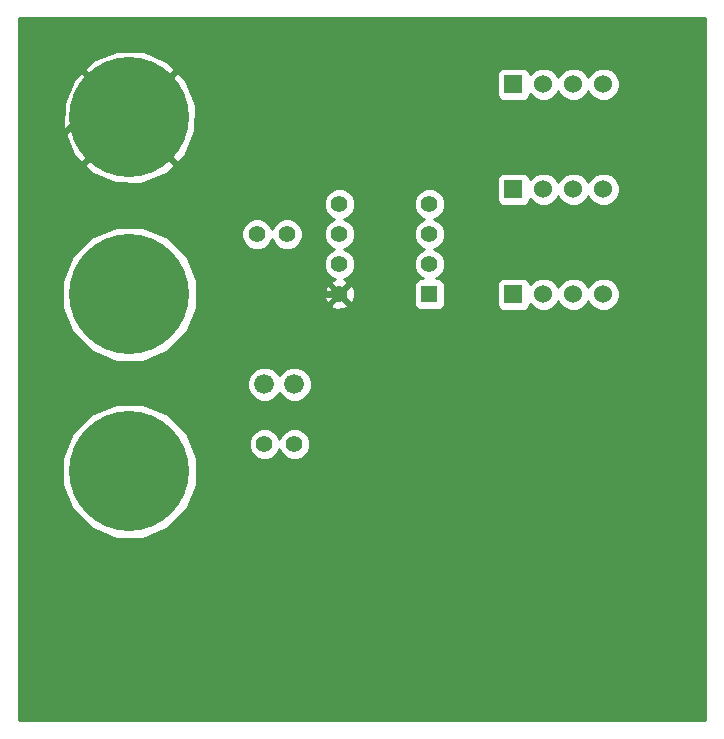
<source format=gbl>
G04 (created by PCBNEW-RS274X (2012-apr-16-27)-stable) date sáb 27 may 2017 18:23:09 VET*
G01*
G70*
G90*
%MOIN*%
G04 Gerber Fmt 3.4, Leading zero omitted, Abs format*
%FSLAX34Y34*%
G04 APERTURE LIST*
%ADD10C,0.006000*%
%ADD11C,0.055000*%
%ADD12C,0.066000*%
%ADD13R,0.055000X0.055000*%
%ADD14C,0.400000*%
%ADD15R,0.060000X0.060000*%
%ADD16C,0.060000*%
%ADD17C,0.024000*%
%ADD18C,0.010000*%
G04 APERTURE END LIST*
G54D10*
G54D11*
X63750Y-33500D03*
X64750Y-33500D03*
X64000Y-40500D03*
X65000Y-40500D03*
G54D12*
X64000Y-38500D03*
X65000Y-38500D03*
G54D13*
X69500Y-35500D03*
G54D11*
X69500Y-34500D03*
X69500Y-33500D03*
X69500Y-32500D03*
X66500Y-32500D03*
X66500Y-33500D03*
X66500Y-34500D03*
X66500Y-35500D03*
G54D14*
X59500Y-41400D03*
X59500Y-29600D03*
X59500Y-35500D03*
G54D15*
X72300Y-32000D03*
G54D16*
X73300Y-32000D03*
X74300Y-32000D03*
X75300Y-32000D03*
G54D15*
X72300Y-28500D03*
G54D16*
X73300Y-28500D03*
X74300Y-28500D03*
X75300Y-28500D03*
G54D15*
X72300Y-35500D03*
G54D16*
X73300Y-35500D03*
X74300Y-35500D03*
X75300Y-35500D03*
G54D17*
X57850Y-29600D02*
X56650Y-30800D01*
X59500Y-29600D02*
X57850Y-29600D01*
X60300Y-38300D02*
X63100Y-35500D01*
X57250Y-38300D02*
X60300Y-38300D01*
X56650Y-37700D02*
X57250Y-38300D01*
X56650Y-30800D02*
X56650Y-37700D01*
X63100Y-35500D02*
X66500Y-35500D01*
G54D10*
G36*
X78690Y-49690D02*
X75849Y-49690D01*
X75849Y-35609D01*
X75849Y-35391D01*
X75849Y-32109D01*
X75849Y-31891D01*
X75849Y-28609D01*
X75849Y-28391D01*
X75765Y-28189D01*
X75611Y-28035D01*
X75409Y-27951D01*
X75191Y-27951D01*
X74989Y-28035D01*
X74835Y-28189D01*
X74800Y-28273D01*
X74765Y-28189D01*
X74611Y-28035D01*
X74409Y-27951D01*
X74191Y-27951D01*
X73989Y-28035D01*
X73835Y-28189D01*
X73800Y-28273D01*
X73765Y-28189D01*
X73611Y-28035D01*
X73409Y-27951D01*
X73191Y-27951D01*
X72989Y-28035D01*
X72849Y-28175D01*
X72849Y-28151D01*
X72811Y-28059D01*
X72741Y-27989D01*
X72650Y-27951D01*
X72551Y-27951D01*
X71951Y-27951D01*
X71859Y-27989D01*
X71789Y-28059D01*
X71751Y-28150D01*
X71751Y-28249D01*
X71751Y-28849D01*
X71789Y-28941D01*
X71859Y-29011D01*
X71950Y-29049D01*
X72049Y-29049D01*
X72649Y-29049D01*
X72741Y-29011D01*
X72811Y-28941D01*
X72849Y-28850D01*
X72849Y-28825D01*
X72989Y-28965D01*
X73191Y-29049D01*
X73409Y-29049D01*
X73611Y-28965D01*
X73765Y-28811D01*
X73800Y-28726D01*
X73835Y-28811D01*
X73989Y-28965D01*
X74191Y-29049D01*
X74409Y-29049D01*
X74611Y-28965D01*
X74765Y-28811D01*
X74800Y-28726D01*
X74835Y-28811D01*
X74989Y-28965D01*
X75191Y-29049D01*
X75409Y-29049D01*
X75611Y-28965D01*
X75765Y-28811D01*
X75849Y-28609D01*
X75849Y-31891D01*
X75765Y-31689D01*
X75611Y-31535D01*
X75409Y-31451D01*
X75191Y-31451D01*
X74989Y-31535D01*
X74835Y-31689D01*
X74800Y-31773D01*
X74765Y-31689D01*
X74611Y-31535D01*
X74409Y-31451D01*
X74191Y-31451D01*
X73989Y-31535D01*
X73835Y-31689D01*
X73800Y-31773D01*
X73765Y-31689D01*
X73611Y-31535D01*
X73409Y-31451D01*
X73191Y-31451D01*
X72989Y-31535D01*
X72849Y-31675D01*
X72849Y-31651D01*
X72811Y-31559D01*
X72741Y-31489D01*
X72650Y-31451D01*
X72551Y-31451D01*
X71951Y-31451D01*
X71859Y-31489D01*
X71789Y-31559D01*
X71751Y-31650D01*
X71751Y-31749D01*
X71751Y-32349D01*
X71789Y-32441D01*
X71859Y-32511D01*
X71950Y-32549D01*
X72049Y-32549D01*
X72649Y-32549D01*
X72741Y-32511D01*
X72811Y-32441D01*
X72849Y-32350D01*
X72849Y-32325D01*
X72989Y-32465D01*
X73191Y-32549D01*
X73409Y-32549D01*
X73611Y-32465D01*
X73765Y-32311D01*
X73800Y-32226D01*
X73835Y-32311D01*
X73989Y-32465D01*
X74191Y-32549D01*
X74409Y-32549D01*
X74611Y-32465D01*
X74765Y-32311D01*
X74800Y-32226D01*
X74835Y-32311D01*
X74989Y-32465D01*
X75191Y-32549D01*
X75409Y-32549D01*
X75611Y-32465D01*
X75765Y-32311D01*
X75849Y-32109D01*
X75849Y-35391D01*
X75765Y-35189D01*
X75611Y-35035D01*
X75409Y-34951D01*
X75191Y-34951D01*
X74989Y-35035D01*
X74835Y-35189D01*
X74800Y-35273D01*
X74765Y-35189D01*
X74611Y-35035D01*
X74409Y-34951D01*
X74191Y-34951D01*
X73989Y-35035D01*
X73835Y-35189D01*
X73800Y-35273D01*
X73765Y-35189D01*
X73611Y-35035D01*
X73409Y-34951D01*
X73191Y-34951D01*
X72989Y-35035D01*
X72849Y-35175D01*
X72849Y-35151D01*
X72811Y-35059D01*
X72741Y-34989D01*
X72650Y-34951D01*
X72551Y-34951D01*
X71951Y-34951D01*
X71859Y-34989D01*
X71789Y-35059D01*
X71751Y-35150D01*
X71751Y-35249D01*
X71751Y-35849D01*
X71789Y-35941D01*
X71859Y-36011D01*
X71950Y-36049D01*
X72049Y-36049D01*
X72649Y-36049D01*
X72741Y-36011D01*
X72811Y-35941D01*
X72849Y-35850D01*
X72849Y-35825D01*
X72989Y-35965D01*
X73191Y-36049D01*
X73409Y-36049D01*
X73611Y-35965D01*
X73765Y-35811D01*
X73800Y-35726D01*
X73835Y-35811D01*
X73989Y-35965D01*
X74191Y-36049D01*
X74409Y-36049D01*
X74611Y-35965D01*
X74765Y-35811D01*
X74800Y-35726D01*
X74835Y-35811D01*
X74989Y-35965D01*
X75191Y-36049D01*
X75409Y-36049D01*
X75611Y-35965D01*
X75765Y-35811D01*
X75849Y-35609D01*
X75849Y-49690D01*
X70025Y-49690D01*
X70025Y-34605D01*
X70025Y-34396D01*
X69945Y-34203D01*
X69798Y-34055D01*
X69664Y-33999D01*
X69797Y-33945D01*
X69945Y-33798D01*
X70025Y-33605D01*
X70025Y-33396D01*
X69945Y-33203D01*
X69798Y-33055D01*
X69664Y-32999D01*
X69797Y-32945D01*
X69945Y-32798D01*
X70025Y-32605D01*
X70025Y-32396D01*
X69945Y-32203D01*
X69798Y-32055D01*
X69605Y-31975D01*
X69396Y-31975D01*
X69203Y-32055D01*
X69055Y-32202D01*
X68975Y-32395D01*
X68975Y-32604D01*
X69055Y-32797D01*
X69202Y-32945D01*
X69335Y-33000D01*
X69203Y-33055D01*
X69055Y-33202D01*
X68975Y-33395D01*
X68975Y-33604D01*
X69055Y-33797D01*
X69202Y-33945D01*
X69335Y-34000D01*
X69203Y-34055D01*
X69055Y-34202D01*
X68975Y-34395D01*
X68975Y-34604D01*
X69055Y-34797D01*
X69202Y-34945D01*
X69276Y-34976D01*
X69176Y-34976D01*
X69084Y-35014D01*
X69014Y-35084D01*
X68976Y-35175D01*
X68976Y-35274D01*
X68976Y-35824D01*
X69014Y-35916D01*
X69084Y-35986D01*
X69175Y-36024D01*
X69274Y-36024D01*
X69824Y-36024D01*
X69916Y-35986D01*
X69986Y-35916D01*
X70024Y-35825D01*
X70024Y-35726D01*
X70024Y-35176D01*
X69986Y-35084D01*
X69916Y-35014D01*
X69825Y-34976D01*
X69726Y-34976D01*
X69722Y-34976D01*
X69797Y-34945D01*
X69945Y-34798D01*
X70025Y-34605D01*
X70025Y-49690D01*
X67025Y-49690D01*
X67025Y-34605D01*
X67025Y-34396D01*
X66945Y-34203D01*
X66798Y-34055D01*
X66664Y-33999D01*
X66797Y-33945D01*
X66945Y-33798D01*
X67025Y-33605D01*
X67025Y-33396D01*
X66945Y-33203D01*
X66798Y-33055D01*
X66664Y-32999D01*
X66797Y-32945D01*
X66945Y-32798D01*
X67025Y-32605D01*
X67025Y-32396D01*
X66945Y-32203D01*
X66798Y-32055D01*
X66605Y-31975D01*
X66396Y-31975D01*
X66203Y-32055D01*
X66055Y-32202D01*
X65975Y-32395D01*
X65975Y-32604D01*
X66055Y-32797D01*
X66202Y-32945D01*
X66335Y-33000D01*
X66203Y-33055D01*
X66055Y-33202D01*
X65975Y-33395D01*
X65975Y-33604D01*
X66055Y-33797D01*
X66202Y-33945D01*
X66335Y-34000D01*
X66203Y-34055D01*
X66055Y-34202D01*
X65975Y-34395D01*
X65975Y-34604D01*
X66055Y-34797D01*
X66202Y-34945D01*
X66342Y-35003D01*
X66233Y-35048D01*
X66210Y-35139D01*
X66500Y-35429D01*
X66790Y-35139D01*
X66767Y-35048D01*
X66648Y-35006D01*
X66797Y-34945D01*
X66945Y-34798D01*
X67025Y-34605D01*
X67025Y-49690D01*
X67019Y-49690D01*
X67019Y-35574D01*
X67008Y-35370D01*
X66952Y-35233D01*
X66861Y-35210D01*
X66571Y-35500D01*
X66861Y-35790D01*
X66952Y-35767D01*
X67019Y-35574D01*
X67019Y-49690D01*
X66790Y-49690D01*
X66790Y-35861D01*
X66500Y-35571D01*
X66429Y-35642D01*
X66429Y-35500D01*
X66139Y-35210D01*
X66048Y-35233D01*
X65981Y-35426D01*
X65992Y-35630D01*
X66048Y-35767D01*
X66139Y-35790D01*
X66429Y-35500D01*
X66429Y-35642D01*
X66210Y-35861D01*
X66233Y-35952D01*
X66426Y-36019D01*
X66630Y-36008D01*
X66767Y-35952D01*
X66790Y-35861D01*
X66790Y-49690D01*
X65580Y-49690D01*
X65580Y-38616D01*
X65580Y-38385D01*
X65492Y-38172D01*
X65329Y-38009D01*
X65275Y-37986D01*
X65275Y-33605D01*
X65275Y-33396D01*
X65195Y-33203D01*
X65048Y-33055D01*
X64855Y-32975D01*
X64646Y-32975D01*
X64453Y-33055D01*
X64305Y-33202D01*
X64249Y-33335D01*
X64195Y-33203D01*
X64048Y-33055D01*
X63855Y-32975D01*
X63646Y-32975D01*
X63453Y-33055D01*
X63305Y-33202D01*
X63225Y-33395D01*
X63225Y-33604D01*
X63305Y-33797D01*
X63452Y-33945D01*
X63645Y-34025D01*
X63854Y-34025D01*
X64047Y-33945D01*
X64195Y-33798D01*
X64250Y-33664D01*
X64305Y-33797D01*
X64452Y-33945D01*
X64645Y-34025D01*
X64854Y-34025D01*
X65047Y-33945D01*
X65195Y-33798D01*
X65275Y-33605D01*
X65275Y-37986D01*
X65116Y-37920D01*
X64885Y-37920D01*
X64672Y-38008D01*
X64509Y-38171D01*
X64500Y-38191D01*
X64492Y-38172D01*
X64329Y-38009D01*
X64116Y-37920D01*
X63885Y-37920D01*
X63672Y-38008D01*
X63509Y-38171D01*
X63420Y-38384D01*
X63420Y-38615D01*
X63508Y-38828D01*
X63671Y-38991D01*
X63884Y-39080D01*
X64115Y-39080D01*
X64328Y-38992D01*
X64491Y-38829D01*
X64499Y-38808D01*
X64508Y-38828D01*
X64671Y-38991D01*
X64884Y-39080D01*
X65115Y-39080D01*
X65328Y-38992D01*
X65491Y-38829D01*
X65580Y-38616D01*
X65580Y-49690D01*
X65525Y-49690D01*
X65525Y-40605D01*
X65525Y-40396D01*
X65445Y-40203D01*
X65298Y-40055D01*
X65105Y-39975D01*
X64896Y-39975D01*
X64703Y-40055D01*
X64555Y-40202D01*
X64499Y-40335D01*
X64445Y-40203D01*
X64298Y-40055D01*
X64105Y-39975D01*
X63896Y-39975D01*
X63703Y-40055D01*
X63555Y-40202D01*
X63475Y-40395D01*
X63475Y-40604D01*
X63555Y-40797D01*
X63702Y-40945D01*
X63895Y-41025D01*
X64104Y-41025D01*
X64297Y-40945D01*
X64445Y-40798D01*
X64500Y-40664D01*
X64555Y-40797D01*
X64702Y-40945D01*
X64895Y-41025D01*
X65104Y-41025D01*
X65297Y-40945D01*
X65445Y-40798D01*
X65525Y-40605D01*
X65525Y-49690D01*
X61750Y-49690D01*
X61750Y-40954D01*
X61750Y-35054D01*
X61713Y-34964D01*
X61713Y-29199D01*
X61391Y-28382D01*
X61348Y-28319D01*
X61082Y-28089D01*
X61011Y-28160D01*
X61011Y-28018D01*
X60781Y-27752D01*
X59977Y-27402D01*
X59099Y-27387D01*
X58282Y-27709D01*
X58219Y-27752D01*
X57989Y-28018D01*
X59500Y-29529D01*
X61011Y-28018D01*
X61011Y-28160D01*
X59571Y-29600D01*
X61082Y-31111D01*
X61348Y-30881D01*
X61698Y-30077D01*
X61713Y-29199D01*
X61713Y-34964D01*
X61408Y-34227D01*
X61011Y-33829D01*
X61011Y-31182D01*
X59500Y-29671D01*
X59429Y-29742D01*
X59429Y-29600D01*
X57918Y-28089D01*
X57652Y-28319D01*
X57302Y-29123D01*
X57287Y-30001D01*
X57609Y-30818D01*
X57652Y-30881D01*
X57918Y-31111D01*
X59429Y-29600D01*
X59429Y-29742D01*
X57989Y-31182D01*
X58219Y-31448D01*
X59023Y-31798D01*
X59901Y-31813D01*
X60718Y-31491D01*
X60781Y-31448D01*
X61011Y-31182D01*
X61011Y-33829D01*
X60776Y-33594D01*
X59949Y-33251D01*
X59054Y-33250D01*
X58227Y-33592D01*
X57594Y-34224D01*
X57251Y-35051D01*
X57250Y-35946D01*
X57592Y-36773D01*
X58224Y-37406D01*
X59051Y-37749D01*
X59946Y-37750D01*
X60773Y-37408D01*
X61406Y-36776D01*
X61749Y-35949D01*
X61750Y-35054D01*
X61750Y-40954D01*
X61408Y-40127D01*
X60776Y-39494D01*
X59949Y-39151D01*
X59054Y-39150D01*
X58227Y-39492D01*
X57594Y-40124D01*
X57251Y-40951D01*
X57250Y-41846D01*
X57592Y-42673D01*
X58224Y-43306D01*
X59051Y-43649D01*
X59946Y-43650D01*
X60773Y-43308D01*
X61406Y-42676D01*
X61749Y-41849D01*
X61750Y-40954D01*
X61750Y-49690D01*
X55810Y-49690D01*
X55810Y-26310D01*
X56000Y-26310D01*
X56500Y-26310D01*
X78690Y-26310D01*
X78690Y-49690D01*
X78690Y-49690D01*
G37*
G54D18*
X78690Y-49690D02*
X75849Y-49690D01*
X75849Y-35609D01*
X75849Y-35391D01*
X75849Y-32109D01*
X75849Y-31891D01*
X75849Y-28609D01*
X75849Y-28391D01*
X75765Y-28189D01*
X75611Y-28035D01*
X75409Y-27951D01*
X75191Y-27951D01*
X74989Y-28035D01*
X74835Y-28189D01*
X74800Y-28273D01*
X74765Y-28189D01*
X74611Y-28035D01*
X74409Y-27951D01*
X74191Y-27951D01*
X73989Y-28035D01*
X73835Y-28189D01*
X73800Y-28273D01*
X73765Y-28189D01*
X73611Y-28035D01*
X73409Y-27951D01*
X73191Y-27951D01*
X72989Y-28035D01*
X72849Y-28175D01*
X72849Y-28151D01*
X72811Y-28059D01*
X72741Y-27989D01*
X72650Y-27951D01*
X72551Y-27951D01*
X71951Y-27951D01*
X71859Y-27989D01*
X71789Y-28059D01*
X71751Y-28150D01*
X71751Y-28249D01*
X71751Y-28849D01*
X71789Y-28941D01*
X71859Y-29011D01*
X71950Y-29049D01*
X72049Y-29049D01*
X72649Y-29049D01*
X72741Y-29011D01*
X72811Y-28941D01*
X72849Y-28850D01*
X72849Y-28825D01*
X72989Y-28965D01*
X73191Y-29049D01*
X73409Y-29049D01*
X73611Y-28965D01*
X73765Y-28811D01*
X73800Y-28726D01*
X73835Y-28811D01*
X73989Y-28965D01*
X74191Y-29049D01*
X74409Y-29049D01*
X74611Y-28965D01*
X74765Y-28811D01*
X74800Y-28726D01*
X74835Y-28811D01*
X74989Y-28965D01*
X75191Y-29049D01*
X75409Y-29049D01*
X75611Y-28965D01*
X75765Y-28811D01*
X75849Y-28609D01*
X75849Y-31891D01*
X75765Y-31689D01*
X75611Y-31535D01*
X75409Y-31451D01*
X75191Y-31451D01*
X74989Y-31535D01*
X74835Y-31689D01*
X74800Y-31773D01*
X74765Y-31689D01*
X74611Y-31535D01*
X74409Y-31451D01*
X74191Y-31451D01*
X73989Y-31535D01*
X73835Y-31689D01*
X73800Y-31773D01*
X73765Y-31689D01*
X73611Y-31535D01*
X73409Y-31451D01*
X73191Y-31451D01*
X72989Y-31535D01*
X72849Y-31675D01*
X72849Y-31651D01*
X72811Y-31559D01*
X72741Y-31489D01*
X72650Y-31451D01*
X72551Y-31451D01*
X71951Y-31451D01*
X71859Y-31489D01*
X71789Y-31559D01*
X71751Y-31650D01*
X71751Y-31749D01*
X71751Y-32349D01*
X71789Y-32441D01*
X71859Y-32511D01*
X71950Y-32549D01*
X72049Y-32549D01*
X72649Y-32549D01*
X72741Y-32511D01*
X72811Y-32441D01*
X72849Y-32350D01*
X72849Y-32325D01*
X72989Y-32465D01*
X73191Y-32549D01*
X73409Y-32549D01*
X73611Y-32465D01*
X73765Y-32311D01*
X73800Y-32226D01*
X73835Y-32311D01*
X73989Y-32465D01*
X74191Y-32549D01*
X74409Y-32549D01*
X74611Y-32465D01*
X74765Y-32311D01*
X74800Y-32226D01*
X74835Y-32311D01*
X74989Y-32465D01*
X75191Y-32549D01*
X75409Y-32549D01*
X75611Y-32465D01*
X75765Y-32311D01*
X75849Y-32109D01*
X75849Y-35391D01*
X75765Y-35189D01*
X75611Y-35035D01*
X75409Y-34951D01*
X75191Y-34951D01*
X74989Y-35035D01*
X74835Y-35189D01*
X74800Y-35273D01*
X74765Y-35189D01*
X74611Y-35035D01*
X74409Y-34951D01*
X74191Y-34951D01*
X73989Y-35035D01*
X73835Y-35189D01*
X73800Y-35273D01*
X73765Y-35189D01*
X73611Y-35035D01*
X73409Y-34951D01*
X73191Y-34951D01*
X72989Y-35035D01*
X72849Y-35175D01*
X72849Y-35151D01*
X72811Y-35059D01*
X72741Y-34989D01*
X72650Y-34951D01*
X72551Y-34951D01*
X71951Y-34951D01*
X71859Y-34989D01*
X71789Y-35059D01*
X71751Y-35150D01*
X71751Y-35249D01*
X71751Y-35849D01*
X71789Y-35941D01*
X71859Y-36011D01*
X71950Y-36049D01*
X72049Y-36049D01*
X72649Y-36049D01*
X72741Y-36011D01*
X72811Y-35941D01*
X72849Y-35850D01*
X72849Y-35825D01*
X72989Y-35965D01*
X73191Y-36049D01*
X73409Y-36049D01*
X73611Y-35965D01*
X73765Y-35811D01*
X73800Y-35726D01*
X73835Y-35811D01*
X73989Y-35965D01*
X74191Y-36049D01*
X74409Y-36049D01*
X74611Y-35965D01*
X74765Y-35811D01*
X74800Y-35726D01*
X74835Y-35811D01*
X74989Y-35965D01*
X75191Y-36049D01*
X75409Y-36049D01*
X75611Y-35965D01*
X75765Y-35811D01*
X75849Y-35609D01*
X75849Y-49690D01*
X70025Y-49690D01*
X70025Y-34605D01*
X70025Y-34396D01*
X69945Y-34203D01*
X69798Y-34055D01*
X69664Y-33999D01*
X69797Y-33945D01*
X69945Y-33798D01*
X70025Y-33605D01*
X70025Y-33396D01*
X69945Y-33203D01*
X69798Y-33055D01*
X69664Y-32999D01*
X69797Y-32945D01*
X69945Y-32798D01*
X70025Y-32605D01*
X70025Y-32396D01*
X69945Y-32203D01*
X69798Y-32055D01*
X69605Y-31975D01*
X69396Y-31975D01*
X69203Y-32055D01*
X69055Y-32202D01*
X68975Y-32395D01*
X68975Y-32604D01*
X69055Y-32797D01*
X69202Y-32945D01*
X69335Y-33000D01*
X69203Y-33055D01*
X69055Y-33202D01*
X68975Y-33395D01*
X68975Y-33604D01*
X69055Y-33797D01*
X69202Y-33945D01*
X69335Y-34000D01*
X69203Y-34055D01*
X69055Y-34202D01*
X68975Y-34395D01*
X68975Y-34604D01*
X69055Y-34797D01*
X69202Y-34945D01*
X69276Y-34976D01*
X69176Y-34976D01*
X69084Y-35014D01*
X69014Y-35084D01*
X68976Y-35175D01*
X68976Y-35274D01*
X68976Y-35824D01*
X69014Y-35916D01*
X69084Y-35986D01*
X69175Y-36024D01*
X69274Y-36024D01*
X69824Y-36024D01*
X69916Y-35986D01*
X69986Y-35916D01*
X70024Y-35825D01*
X70024Y-35726D01*
X70024Y-35176D01*
X69986Y-35084D01*
X69916Y-35014D01*
X69825Y-34976D01*
X69726Y-34976D01*
X69722Y-34976D01*
X69797Y-34945D01*
X69945Y-34798D01*
X70025Y-34605D01*
X70025Y-49690D01*
X67025Y-49690D01*
X67025Y-34605D01*
X67025Y-34396D01*
X66945Y-34203D01*
X66798Y-34055D01*
X66664Y-33999D01*
X66797Y-33945D01*
X66945Y-33798D01*
X67025Y-33605D01*
X67025Y-33396D01*
X66945Y-33203D01*
X66798Y-33055D01*
X66664Y-32999D01*
X66797Y-32945D01*
X66945Y-32798D01*
X67025Y-32605D01*
X67025Y-32396D01*
X66945Y-32203D01*
X66798Y-32055D01*
X66605Y-31975D01*
X66396Y-31975D01*
X66203Y-32055D01*
X66055Y-32202D01*
X65975Y-32395D01*
X65975Y-32604D01*
X66055Y-32797D01*
X66202Y-32945D01*
X66335Y-33000D01*
X66203Y-33055D01*
X66055Y-33202D01*
X65975Y-33395D01*
X65975Y-33604D01*
X66055Y-33797D01*
X66202Y-33945D01*
X66335Y-34000D01*
X66203Y-34055D01*
X66055Y-34202D01*
X65975Y-34395D01*
X65975Y-34604D01*
X66055Y-34797D01*
X66202Y-34945D01*
X66342Y-35003D01*
X66233Y-35048D01*
X66210Y-35139D01*
X66500Y-35429D01*
X66790Y-35139D01*
X66767Y-35048D01*
X66648Y-35006D01*
X66797Y-34945D01*
X66945Y-34798D01*
X67025Y-34605D01*
X67025Y-49690D01*
X67019Y-49690D01*
X67019Y-35574D01*
X67008Y-35370D01*
X66952Y-35233D01*
X66861Y-35210D01*
X66571Y-35500D01*
X66861Y-35790D01*
X66952Y-35767D01*
X67019Y-35574D01*
X67019Y-49690D01*
X66790Y-49690D01*
X66790Y-35861D01*
X66500Y-35571D01*
X66429Y-35642D01*
X66429Y-35500D01*
X66139Y-35210D01*
X66048Y-35233D01*
X65981Y-35426D01*
X65992Y-35630D01*
X66048Y-35767D01*
X66139Y-35790D01*
X66429Y-35500D01*
X66429Y-35642D01*
X66210Y-35861D01*
X66233Y-35952D01*
X66426Y-36019D01*
X66630Y-36008D01*
X66767Y-35952D01*
X66790Y-35861D01*
X66790Y-49690D01*
X65580Y-49690D01*
X65580Y-38616D01*
X65580Y-38385D01*
X65492Y-38172D01*
X65329Y-38009D01*
X65275Y-37986D01*
X65275Y-33605D01*
X65275Y-33396D01*
X65195Y-33203D01*
X65048Y-33055D01*
X64855Y-32975D01*
X64646Y-32975D01*
X64453Y-33055D01*
X64305Y-33202D01*
X64249Y-33335D01*
X64195Y-33203D01*
X64048Y-33055D01*
X63855Y-32975D01*
X63646Y-32975D01*
X63453Y-33055D01*
X63305Y-33202D01*
X63225Y-33395D01*
X63225Y-33604D01*
X63305Y-33797D01*
X63452Y-33945D01*
X63645Y-34025D01*
X63854Y-34025D01*
X64047Y-33945D01*
X64195Y-33798D01*
X64250Y-33664D01*
X64305Y-33797D01*
X64452Y-33945D01*
X64645Y-34025D01*
X64854Y-34025D01*
X65047Y-33945D01*
X65195Y-33798D01*
X65275Y-33605D01*
X65275Y-37986D01*
X65116Y-37920D01*
X64885Y-37920D01*
X64672Y-38008D01*
X64509Y-38171D01*
X64500Y-38191D01*
X64492Y-38172D01*
X64329Y-38009D01*
X64116Y-37920D01*
X63885Y-37920D01*
X63672Y-38008D01*
X63509Y-38171D01*
X63420Y-38384D01*
X63420Y-38615D01*
X63508Y-38828D01*
X63671Y-38991D01*
X63884Y-39080D01*
X64115Y-39080D01*
X64328Y-38992D01*
X64491Y-38829D01*
X64499Y-38808D01*
X64508Y-38828D01*
X64671Y-38991D01*
X64884Y-39080D01*
X65115Y-39080D01*
X65328Y-38992D01*
X65491Y-38829D01*
X65580Y-38616D01*
X65580Y-49690D01*
X65525Y-49690D01*
X65525Y-40605D01*
X65525Y-40396D01*
X65445Y-40203D01*
X65298Y-40055D01*
X65105Y-39975D01*
X64896Y-39975D01*
X64703Y-40055D01*
X64555Y-40202D01*
X64499Y-40335D01*
X64445Y-40203D01*
X64298Y-40055D01*
X64105Y-39975D01*
X63896Y-39975D01*
X63703Y-40055D01*
X63555Y-40202D01*
X63475Y-40395D01*
X63475Y-40604D01*
X63555Y-40797D01*
X63702Y-40945D01*
X63895Y-41025D01*
X64104Y-41025D01*
X64297Y-40945D01*
X64445Y-40798D01*
X64500Y-40664D01*
X64555Y-40797D01*
X64702Y-40945D01*
X64895Y-41025D01*
X65104Y-41025D01*
X65297Y-40945D01*
X65445Y-40798D01*
X65525Y-40605D01*
X65525Y-49690D01*
X61750Y-49690D01*
X61750Y-40954D01*
X61750Y-35054D01*
X61713Y-34964D01*
X61713Y-29199D01*
X61391Y-28382D01*
X61348Y-28319D01*
X61082Y-28089D01*
X61011Y-28160D01*
X61011Y-28018D01*
X60781Y-27752D01*
X59977Y-27402D01*
X59099Y-27387D01*
X58282Y-27709D01*
X58219Y-27752D01*
X57989Y-28018D01*
X59500Y-29529D01*
X61011Y-28018D01*
X61011Y-28160D01*
X59571Y-29600D01*
X61082Y-31111D01*
X61348Y-30881D01*
X61698Y-30077D01*
X61713Y-29199D01*
X61713Y-34964D01*
X61408Y-34227D01*
X61011Y-33829D01*
X61011Y-31182D01*
X59500Y-29671D01*
X59429Y-29742D01*
X59429Y-29600D01*
X57918Y-28089D01*
X57652Y-28319D01*
X57302Y-29123D01*
X57287Y-30001D01*
X57609Y-30818D01*
X57652Y-30881D01*
X57918Y-31111D01*
X59429Y-29600D01*
X59429Y-29742D01*
X57989Y-31182D01*
X58219Y-31448D01*
X59023Y-31798D01*
X59901Y-31813D01*
X60718Y-31491D01*
X60781Y-31448D01*
X61011Y-31182D01*
X61011Y-33829D01*
X60776Y-33594D01*
X59949Y-33251D01*
X59054Y-33250D01*
X58227Y-33592D01*
X57594Y-34224D01*
X57251Y-35051D01*
X57250Y-35946D01*
X57592Y-36773D01*
X58224Y-37406D01*
X59051Y-37749D01*
X59946Y-37750D01*
X60773Y-37408D01*
X61406Y-36776D01*
X61749Y-35949D01*
X61750Y-35054D01*
X61750Y-40954D01*
X61408Y-40127D01*
X60776Y-39494D01*
X59949Y-39151D01*
X59054Y-39150D01*
X58227Y-39492D01*
X57594Y-40124D01*
X57251Y-40951D01*
X57250Y-41846D01*
X57592Y-42673D01*
X58224Y-43306D01*
X59051Y-43649D01*
X59946Y-43650D01*
X60773Y-43308D01*
X61406Y-42676D01*
X61749Y-41849D01*
X61750Y-40954D01*
X61750Y-49690D01*
X55810Y-49690D01*
X55810Y-26310D01*
X56000Y-26310D01*
X56500Y-26310D01*
X78690Y-26310D01*
X78690Y-49690D01*
M02*

</source>
